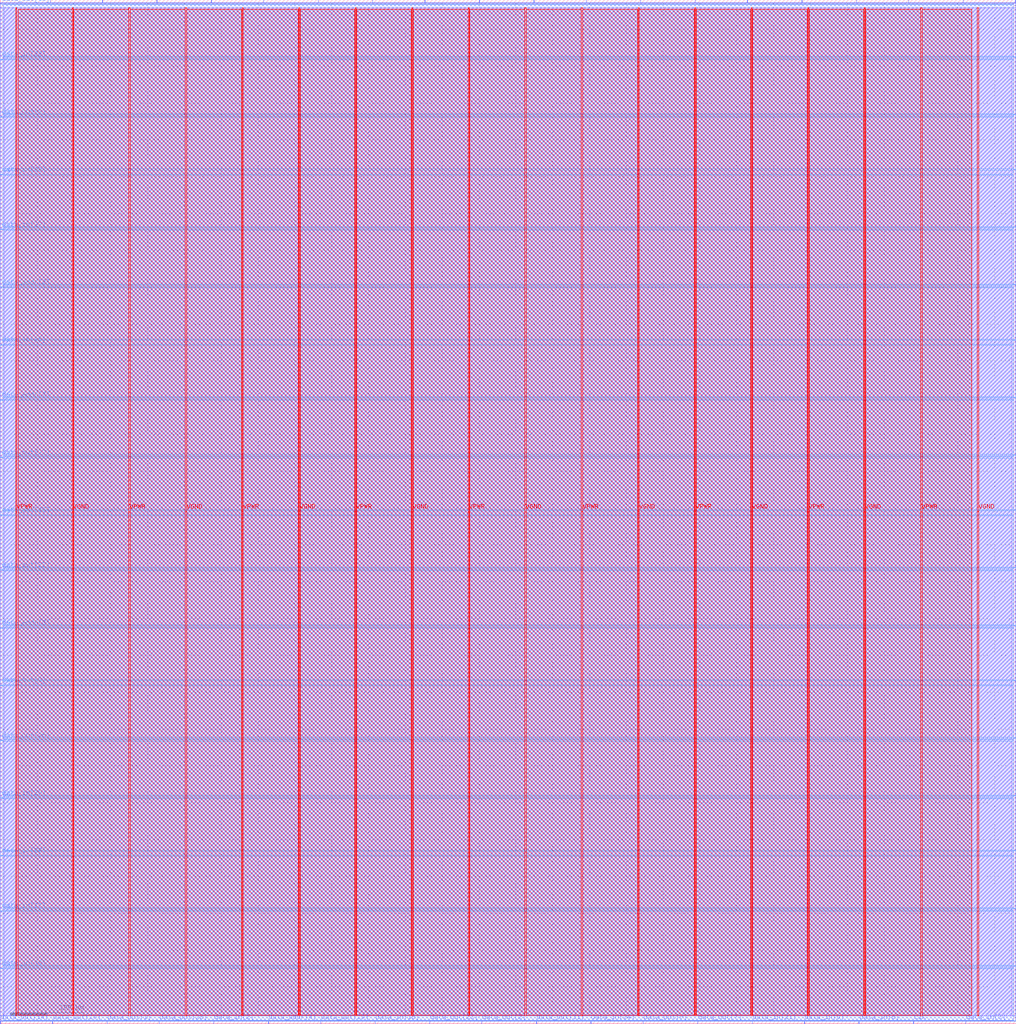
<source format=lef>
VERSION 5.7 ;
  NOWIREEXTENSIONATPIN ON ;
  DIVIDERCHAR "/" ;
  BUSBITCHARS "[]" ;
MACRO memory_ram
  CLASS BLOCK ;
  FOREIGN memory_ram ;
  ORIGIN 0.000 0.000 ;
  SIZE 1379.355 BY 1390.075 ;
  PIN VGND
    USE GROUND ;
    PORT
      LAYER met4 ;
        RECT 1326.640 10.640 1328.240 1379.280 ;
    END
    PORT
      LAYER met4 ;
        RECT 1173.040 10.640 1174.640 1379.280 ;
    END
    PORT
      LAYER met4 ;
        RECT 1019.440 10.640 1021.040 1379.280 ;
    END
    PORT
      LAYER met4 ;
        RECT 865.840 10.640 867.440 1379.280 ;
    END
    PORT
      LAYER met4 ;
        RECT 712.240 10.640 713.840 1379.280 ;
    END
    PORT
      LAYER met4 ;
        RECT 558.640 10.640 560.240 1379.280 ;
    END
    PORT
      LAYER met4 ;
        RECT 405.040 10.640 406.640 1379.280 ;
    END
    PORT
      LAYER met4 ;
        RECT 251.440 10.640 253.040 1379.280 ;
    END
    PORT
      LAYER met4 ;
        RECT 97.840 10.640 99.440 1379.280 ;
    END
  END VGND
  PIN VPWR
    USE POWER ;
    PORT
      LAYER met4 ;
        RECT 1249.840 10.640 1251.440 1379.280 ;
    END
    PORT
      LAYER met4 ;
        RECT 1096.240 10.640 1097.840 1379.280 ;
    END
    PORT
      LAYER met4 ;
        RECT 942.640 10.640 944.240 1379.280 ;
    END
    PORT
      LAYER met4 ;
        RECT 789.040 10.640 790.640 1379.280 ;
    END
    PORT
      LAYER met4 ;
        RECT 635.440 10.640 637.040 1379.280 ;
    END
    PORT
      LAYER met4 ;
        RECT 481.840 10.640 483.440 1379.280 ;
    END
    PORT
      LAYER met4 ;
        RECT 328.240 10.640 329.840 1379.280 ;
    END
    PORT
      LAYER met4 ;
        RECT 174.640 10.640 176.240 1379.280 ;
    END
    PORT
      LAYER met4 ;
        RECT 21.040 10.640 22.640 1379.280 ;
    END
  END VPWR
  PIN clk
    PORT
      LAYER met2 ;
        RECT 1239.790 0.000 1240.070 4.000 ;
    END
  END clk
  PIN data_addr[0]
    PORT
      LAYER met3 ;
        RECT 1375.355 234.640 1379.355 235.240 ;
    END
  END data_addr[0]
  PIN data_addr[1]
    PORT
      LAYER met3 ;
        RECT 1375.355 850.040 1379.355 850.640 ;
    END
  END data_addr[1]
  PIN data_addr[2]
    PORT
      LAYER met3 ;
        RECT 0.000 999.640 4.000 1000.240 ;
    END
  END data_addr[2]
  PIN data_addr[3]
    PORT
      LAYER met3 ;
        RECT 0.000 537.240 4.000 537.840 ;
    END
  END data_addr[3]
  PIN data_addr[4]
    PORT
      LAYER met2 ;
        RECT 363.950 0.000 364.230 4.000 ;
    END
  END data_addr[4]
  PIN data_addr[5]
    PORT
      LAYER met2 ;
        RECT 1014.390 1386.075 1014.670 1390.075 ;
    END
  END data_addr[5]
  PIN data_addr[6]
    PORT
      LAYER met2 ;
        RECT 1378.250 1386.075 1378.530 1390.075 ;
    END
  END data_addr[6]
  PIN data_addr[7]
    PORT
      LAYER met3 ;
        RECT 0.000 846.640 4.000 847.240 ;
    END
  END data_addr[7]
  PIN data_in[0]
    PORT
      LAYER met2 ;
        RECT 1091.670 0.000 1091.950 4.000 ;
    END
  END data_in[0]
  PIN data_in[10]
    PORT
      LAYER met3 ;
        RECT 1375.355 156.440 1379.355 157.040 ;
    END
  END data_in[10]
  PIN data_in[11]
    PORT
      LAYER met3 ;
        RECT 1375.355 387.640 1379.355 388.240 ;
    END
  END data_in[11]
  PIN data_in[12]
    PORT
      LAYER met3 ;
        RECT 1375.355 1003.040 1379.355 1003.640 ;
    END
  END data_in[12]
  PIN data_in[13]
    PORT
      LAYER met3 ;
        RECT 1375.355 1081.240 1379.355 1081.840 ;
    END
  END data_in[13]
  PIN data_in[14]
    PORT
      LAYER met2 ;
        RECT 505.630 1386.075 505.910 1390.075 ;
    END
  END data_in[14]
  PIN data_in[15]
    PORT
      LAYER met3 ;
        RECT 0.000 1152.640 4.000 1153.240 ;
    END
  END data_in[15]
  PIN data_in[16]
    PORT
      LAYER met2 ;
        RECT 508.850 0.000 509.130 4.000 ;
    END
  END data_in[16]
  PIN data_in[17]
    PORT
      LAYER met3 ;
        RECT 0.000 153.040 4.000 153.640 ;
    END
  END data_in[17]
  PIN data_in[18]
    PORT
      LAYER met3 ;
        RECT 1375.355 309.440 1379.355 310.040 ;
    END
  END data_in[18]
  PIN data_in[19]
    PORT
      LAYER met3 ;
        RECT 0.000 74.840 4.000 75.440 ;
    END
  END data_in[19]
  PIN data_in[1]
    PORT
      LAYER met3 ;
        RECT 1375.355 771.840 1379.355 772.440 ;
    END
  END data_in[1]
  PIN data_in[20]
    PORT
      LAYER met3 ;
        RECT 1375.355 928.240 1379.355 928.840 ;
    END
  END data_in[20]
  PIN data_in[21]
    PORT
      LAYER met2 ;
        RECT 1020.830 0.000 1021.110 4.000 ;
    END
  END data_in[21]
  PIN data_in[22]
    PORT
      LAYER met3 ;
        RECT 0.000 1309.040 4.000 1309.640 ;
    END
  END data_in[22]
  PIN data_in[23]
    PORT
      LAYER met2 ;
        RECT 286.670 1386.075 286.950 1390.075 ;
    END
  END data_in[23]
  PIN data_in[24]
    PORT
      LAYER met2 ;
        RECT 801.870 0.000 802.150 4.000 ;
    END
  END data_in[24]
  PIN data_in[25]
    PORT
      LAYER met3 ;
        RECT 0.000 921.440 4.000 922.040 ;
    END
  END data_in[25]
  PIN data_in[26]
    PORT
      LAYER met2 ;
        RECT 138.550 1386.075 138.830 1390.075 ;
    END
  END data_in[26]
  PIN data_in[27]
    PORT
      LAYER met3 ;
        RECT 0.000 1077.840 4.000 1078.440 ;
    END
  END data_in[27]
  PIN data_in[28]
    PORT
      LAYER met2 ;
        RECT 943.550 1386.075 943.830 1390.075 ;
    END
  END data_in[28]
  PIN data_in[29]
    PORT
      LAYER met3 ;
        RECT 0.000 227.840 4.000 228.440 ;
    END
  END data_in[29]
  PIN data_in[2]
    PORT
      LAYER met2 ;
        RECT 289.890 0.000 290.170 4.000 ;
    END
  END data_in[2]
  PIN data_in[30]
    PORT
      LAYER met3 ;
        RECT 0.000 306.040 4.000 306.640 ;
    END
  END data_in[30]
  PIN data_in[31]
    PORT
      LAYER met2 ;
        RECT 67.710 1386.075 67.990 1390.075 ;
    END
  END data_in[31]
  PIN data_in[3]
    PORT
      LAYER met2 ;
        RECT 1310.630 0.000 1310.910 4.000 ;
    END
  END data_in[3]
  PIN data_in[4]
    PORT
      LAYER met2 ;
        RECT 650.530 1386.075 650.810 1390.075 ;
    END
  END data_in[4]
  PIN data_in[5]
    PORT
      LAYER met2 ;
        RECT 1307.410 1386.075 1307.690 1390.075 ;
    END
  END data_in[5]
  PIN data_in[6]
    PORT
      LAYER met2 ;
        RECT 1165.730 0.000 1166.010 4.000 ;
    END
  END data_in[6]
  PIN data_in[7]
    PORT
      LAYER met2 ;
        RECT 724.590 1386.075 724.870 1390.075 ;
    END
  END data_in[7]
  PIN data_in[8]
    PORT
      LAYER met3 ;
        RECT 1375.355 78.240 1379.355 78.840 ;
    END
  END data_in[8]
  PIN data_in[9]
    PORT
      LAYER met3 ;
        RECT 1375.355 465.840 1379.355 466.440 ;
    END
  END data_in[9]
  PIN data_out[0]
    PORT
      LAYER met2 ;
        RECT 872.710 0.000 872.990 4.000 ;
    END
  END data_out[0]
  PIN data_out[10]
    PORT
      LAYER met3 ;
        RECT 1375.355 540.640 1379.355 541.240 ;
    END
  END data_out[10]
  PIN data_out[11]
    PORT
      LAYER met2 ;
        RECT 576.470 1386.075 576.750 1390.075 ;
    END
  END data_out[11]
  PIN data_out[12]
    PORT
      LAYER met2 ;
        RECT 869.490 1386.075 869.770 1390.075 ;
    END
  END data_out[12]
  PIN data_out[13]
    PORT
      LAYER met3 ;
        RECT 0.000 1383.840 4.000 1384.440 ;
    END
  END data_out[13]
  PIN data_out[14]
    PORT
      LAYER met2 ;
        RECT 0.090 0.000 0.370 4.000 ;
    END
  END data_out[14]
  PIN data_out[15]
    PORT
      LAYER met3 ;
        RECT 0.000 690.240 4.000 690.840 ;
    END
  END data_out[15]
  PIN data_out[16]
    PORT
      LAYER met2 ;
        RECT 795.430 1386.075 795.710 1390.075 ;
    END
  END data_out[16]
  PIN data_out[17]
    PORT
      LAYER met2 ;
        RECT 1088.450 1386.075 1088.730 1390.075 ;
    END
  END data_out[17]
  PIN data_out[18]
    PORT
      LAYER met3 ;
        RECT 1375.355 1312.440 1379.355 1313.040 ;
    END
  END data_out[18]
  PIN data_out[19]
    PORT
      LAYER met2 ;
        RECT 431.570 1386.075 431.850 1390.075 ;
    END
  END data_out[19]
  PIN data_out[1]
    PORT
      LAYER met2 ;
        RECT 144.990 0.000 145.270 4.000 ;
    END
  END data_out[1]
  PIN data_out[20]
    PORT
      LAYER met2 ;
        RECT 70.930 0.000 71.210 4.000 ;
    END
  END data_out[20]
  PIN data_out[21]
    PORT
      LAYER met3 ;
        RECT 1375.355 1234.240 1379.355 1234.840 ;
    END
  END data_out[21]
  PIN data_out[22]
    PORT
      LAYER met3 ;
        RECT 0.000 615.440 4.000 616.040 ;
    END
  END data_out[22]
  PIN data_out[23]
    PORT
      LAYER met2 ;
        RECT 582.910 0.000 583.190 4.000 ;
    END
  END data_out[23]
  PIN data_out[24]
    PORT
      LAYER met3 ;
        RECT 1375.355 1159.440 1379.355 1160.040 ;
    END
  END data_out[24]
  PIN data_out[25]
    PORT
      LAYER met3 ;
        RECT 1375.355 3.440 1379.355 4.040 ;
    END
  END data_out[25]
  PIN data_out[26]
    PORT
      LAYER met3 ;
        RECT 0.000 384.240 4.000 384.840 ;
    END
  END data_out[26]
  PIN data_out[27]
    PORT
      LAYER met3 ;
        RECT 0.000 768.440 4.000 769.040 ;
    END
  END data_out[27]
  PIN data_out[28]
    PORT
      LAYER met2 ;
        RECT 215.830 0.000 216.110 4.000 ;
    END
  END data_out[28]
  PIN data_out[29]
    PORT
      LAYER met2 ;
        RECT 434.790 0.000 435.070 4.000 ;
    END
  END data_out[29]
  PIN data_out[2]
    PORT
      LAYER met2 ;
        RECT 653.750 0.000 654.030 4.000 ;
    END
  END data_out[2]
  PIN data_out[30]
    PORT
      LAYER met3 ;
        RECT 1375.355 697.040 1379.355 697.640 ;
    END
  END data_out[30]
  PIN data_out[31]
    PORT
      LAYER met2 ;
        RECT 727.810 0.000 728.090 4.000 ;
    END
  END data_out[31]
  PIN data_out[3]
    PORT
      LAYER met2 ;
        RECT 1233.350 1386.075 1233.630 1390.075 ;
    END
  END data_out[3]
  PIN data_out[4]
    PORT
      LAYER met2 ;
        RECT 1162.510 1386.075 1162.790 1390.075 ;
    END
  END data_out[4]
  PIN data_out[5]
    PORT
      LAYER met2 ;
        RECT 212.610 1386.075 212.890 1390.075 ;
    END
  END data_out[5]
  PIN data_out[6]
    PORT
      LAYER met2 ;
        RECT 357.510 1386.075 357.790 1390.075 ;
    END
  END data_out[6]
  PIN data_out[7]
    PORT
      LAYER met2 ;
        RECT 946.770 0.000 947.050 4.000 ;
    END
  END data_out[7]
  PIN data_out[8]
    PORT
      LAYER met3 ;
        RECT 0.000 459.040 4.000 459.640 ;
    END
  END data_out[8]
  PIN data_out[9]
    PORT
      LAYER met3 ;
        RECT 0.000 1230.840 4.000 1231.440 ;
    END
  END data_out[9]
  PIN w_enable
    PORT
      LAYER met3 ;
        RECT 1375.355 618.840 1379.355 619.440 ;
    END
  END w_enable
  OBS
      LAYER li1 ;
        RECT 5.520 10.795 1373.560 1379.125 ;
      LAYER met1 ;
        RECT 0.070 10.640 1378.550 1379.280 ;
      LAYER met2 ;
        RECT 0.100 1385.795 67.430 1386.250 ;
        RECT 68.270 1385.795 138.270 1386.250 ;
        RECT 139.110 1385.795 212.330 1386.250 ;
        RECT 213.170 1385.795 286.390 1386.250 ;
        RECT 287.230 1385.795 357.230 1386.250 ;
        RECT 358.070 1385.795 431.290 1386.250 ;
        RECT 432.130 1385.795 505.350 1386.250 ;
        RECT 506.190 1385.795 576.190 1386.250 ;
        RECT 577.030 1385.795 650.250 1386.250 ;
        RECT 651.090 1385.795 724.310 1386.250 ;
        RECT 725.150 1385.795 795.150 1386.250 ;
        RECT 795.990 1385.795 869.210 1386.250 ;
        RECT 870.050 1385.795 943.270 1386.250 ;
        RECT 944.110 1385.795 1014.110 1386.250 ;
        RECT 1014.950 1385.795 1088.170 1386.250 ;
        RECT 1089.010 1385.795 1162.230 1386.250 ;
        RECT 1163.070 1385.795 1233.070 1386.250 ;
        RECT 1233.910 1385.795 1307.130 1386.250 ;
        RECT 1307.970 1385.795 1377.970 1386.250 ;
        RECT 0.100 4.280 1378.520 1385.795 ;
        RECT 0.650 3.555 70.650 4.280 ;
        RECT 71.490 3.555 144.710 4.280 ;
        RECT 145.550 3.555 215.550 4.280 ;
        RECT 216.390 3.555 289.610 4.280 ;
        RECT 290.450 3.555 363.670 4.280 ;
        RECT 364.510 3.555 434.510 4.280 ;
        RECT 435.350 3.555 508.570 4.280 ;
        RECT 509.410 3.555 582.630 4.280 ;
        RECT 583.470 3.555 653.470 4.280 ;
        RECT 654.310 3.555 727.530 4.280 ;
        RECT 728.370 3.555 801.590 4.280 ;
        RECT 802.430 3.555 872.430 4.280 ;
        RECT 873.270 3.555 946.490 4.280 ;
        RECT 947.330 3.555 1020.550 4.280 ;
        RECT 1021.390 3.555 1091.390 4.280 ;
        RECT 1092.230 3.555 1165.450 4.280 ;
        RECT 1166.290 3.555 1239.510 4.280 ;
        RECT 1240.350 3.555 1310.350 4.280 ;
        RECT 1311.190 3.555 1378.520 4.280 ;
      LAYER met3 ;
        RECT 4.400 1383.440 1375.355 1384.305 ;
        RECT 4.000 1313.440 1375.355 1383.440 ;
        RECT 4.000 1312.040 1374.955 1313.440 ;
        RECT 4.000 1310.040 1375.355 1312.040 ;
        RECT 4.400 1308.640 1375.355 1310.040 ;
        RECT 4.000 1235.240 1375.355 1308.640 ;
        RECT 4.000 1233.840 1374.955 1235.240 ;
        RECT 4.000 1231.840 1375.355 1233.840 ;
        RECT 4.400 1230.440 1375.355 1231.840 ;
        RECT 4.000 1160.440 1375.355 1230.440 ;
        RECT 4.000 1159.040 1374.955 1160.440 ;
        RECT 4.000 1153.640 1375.355 1159.040 ;
        RECT 4.400 1152.240 1375.355 1153.640 ;
        RECT 4.000 1082.240 1375.355 1152.240 ;
        RECT 4.000 1080.840 1374.955 1082.240 ;
        RECT 4.000 1078.840 1375.355 1080.840 ;
        RECT 4.400 1077.440 1375.355 1078.840 ;
        RECT 4.000 1004.040 1375.355 1077.440 ;
        RECT 4.000 1002.640 1374.955 1004.040 ;
        RECT 4.000 1000.640 1375.355 1002.640 ;
        RECT 4.400 999.240 1375.355 1000.640 ;
        RECT 4.000 929.240 1375.355 999.240 ;
        RECT 4.000 927.840 1374.955 929.240 ;
        RECT 4.000 922.440 1375.355 927.840 ;
        RECT 4.400 921.040 1375.355 922.440 ;
        RECT 4.000 851.040 1375.355 921.040 ;
        RECT 4.000 849.640 1374.955 851.040 ;
        RECT 4.000 847.640 1375.355 849.640 ;
        RECT 4.400 846.240 1375.355 847.640 ;
        RECT 4.000 772.840 1375.355 846.240 ;
        RECT 4.000 771.440 1374.955 772.840 ;
        RECT 4.000 769.440 1375.355 771.440 ;
        RECT 4.400 768.040 1375.355 769.440 ;
        RECT 4.000 698.040 1375.355 768.040 ;
        RECT 4.000 696.640 1374.955 698.040 ;
        RECT 4.000 691.240 1375.355 696.640 ;
        RECT 4.400 689.840 1375.355 691.240 ;
        RECT 4.000 619.840 1375.355 689.840 ;
        RECT 4.000 618.440 1374.955 619.840 ;
        RECT 4.000 616.440 1375.355 618.440 ;
        RECT 4.400 615.040 1375.355 616.440 ;
        RECT 4.000 541.640 1375.355 615.040 ;
        RECT 4.000 540.240 1374.955 541.640 ;
        RECT 4.000 538.240 1375.355 540.240 ;
        RECT 4.400 536.840 1375.355 538.240 ;
        RECT 4.000 466.840 1375.355 536.840 ;
        RECT 4.000 465.440 1374.955 466.840 ;
        RECT 4.000 460.040 1375.355 465.440 ;
        RECT 4.400 458.640 1375.355 460.040 ;
        RECT 4.000 388.640 1375.355 458.640 ;
        RECT 4.000 387.240 1374.955 388.640 ;
        RECT 4.000 385.240 1375.355 387.240 ;
        RECT 4.400 383.840 1375.355 385.240 ;
        RECT 4.000 310.440 1375.355 383.840 ;
        RECT 4.000 309.040 1374.955 310.440 ;
        RECT 4.000 307.040 1375.355 309.040 ;
        RECT 4.400 305.640 1375.355 307.040 ;
        RECT 4.000 235.640 1375.355 305.640 ;
        RECT 4.000 234.240 1374.955 235.640 ;
        RECT 4.000 228.840 1375.355 234.240 ;
        RECT 4.400 227.440 1375.355 228.840 ;
        RECT 4.000 157.440 1375.355 227.440 ;
        RECT 4.000 156.040 1374.955 157.440 ;
        RECT 4.000 154.040 1375.355 156.040 ;
        RECT 4.400 152.640 1375.355 154.040 ;
        RECT 4.000 79.240 1375.355 152.640 ;
        RECT 4.000 77.840 1374.955 79.240 ;
        RECT 4.000 75.840 1375.355 77.840 ;
        RECT 4.400 74.440 1375.355 75.840 ;
        RECT 4.000 4.440 1375.355 74.440 ;
        RECT 4.000 3.575 1374.955 4.440 ;
      LAYER met4 ;
        RECT 24.215 11.735 97.440 1377.505 ;
        RECT 99.840 11.735 174.240 1377.505 ;
        RECT 176.640 11.735 251.040 1377.505 ;
        RECT 253.440 11.735 327.840 1377.505 ;
        RECT 330.240 11.735 404.640 1377.505 ;
        RECT 407.040 11.735 481.440 1377.505 ;
        RECT 483.840 11.735 558.240 1377.505 ;
        RECT 560.640 11.735 635.040 1377.505 ;
        RECT 637.440 11.735 711.840 1377.505 ;
        RECT 714.240 11.735 788.640 1377.505 ;
        RECT 791.040 11.735 865.440 1377.505 ;
        RECT 867.840 11.735 942.240 1377.505 ;
        RECT 944.640 11.735 1019.040 1377.505 ;
        RECT 1021.440 11.735 1095.840 1377.505 ;
        RECT 1098.240 11.735 1172.640 1377.505 ;
        RECT 1175.040 11.735 1249.440 1377.505 ;
        RECT 1251.840 11.735 1318.985 1377.505 ;
  END
END memory_ram
END LIBRARY


</source>
